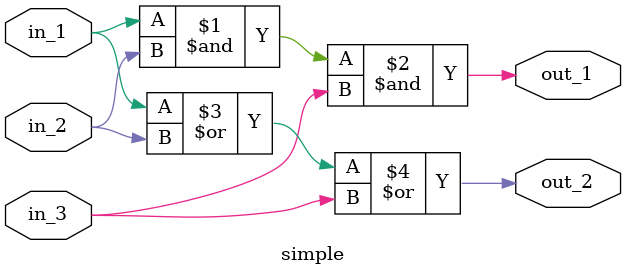
<source format=v>
module simple(
  // inputs
  in_1,
  in_2,
  in_3,
  // outputs
  out_1,
  out_2
);
  // Port Definitions
  input in_1;
  input in_2;
  input in_3;

  output out_1;
  output out_2;

  // Design Implementation
  assign out_1 = in_1 & in_2 & in_3;
  assign out_2 = in_1 | in_2 | in_3;

endmodule

</source>
